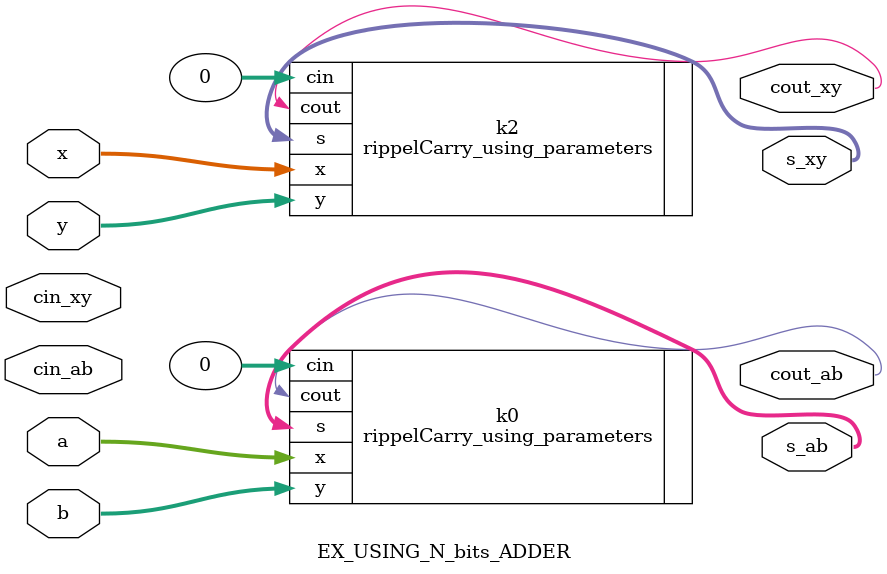
<source format=v>
`timescale 1ns / 1ps


module EX_USING_N_bits_ADDER(
        input [15:0] a,b ,
        input cin_ab,
        output [15:0]s_ab,
        output cout_ab,
        
        input [55:0] x,y ,
        input cin_xy,
        output [55:0]s_xy,
        output cout_xy
    );
    
        rippelCarry_using_parameters #(.n(16)) k0 (
            .x(a),
            .y(b),
            .cin(0),
            .s(s_ab),
            .cout(cout_ab)
        );
        
        rippelCarry_using_parameters #(.n(56)) k2 (
            .x(x),
            .y(y),
            .cin(0),
            .s(s_xy),
            .cout(cout_xy)
        );
    
endmodule

</source>
